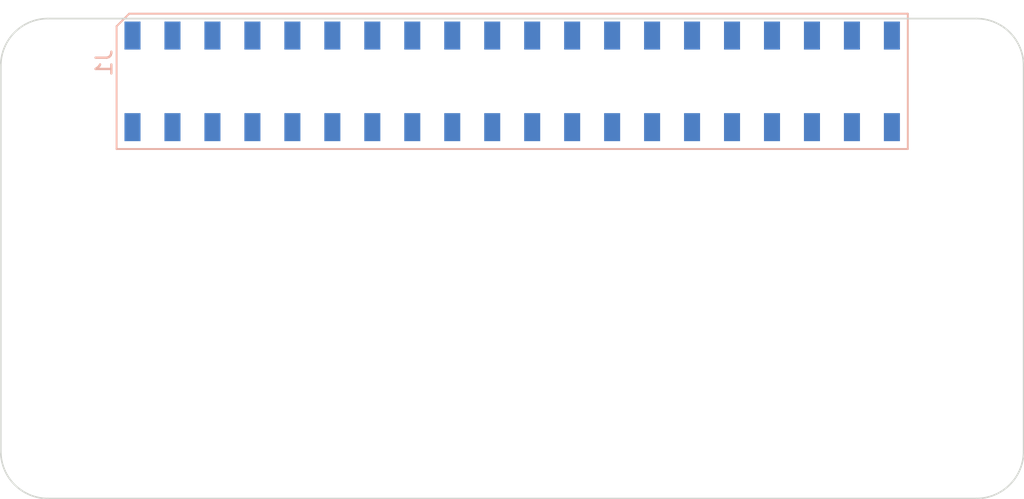
<source format=kicad_pcb>
(kicad_pcb (version 20241229) (generator "pcbnew") (generator_version "9.0")
  (title_block (date "15 nov 2012"))
  (layers (0 "F.Cu" signal) (2 "B.Cu" signal) (13 "F.Paste" user) (15 "B.Paste" user) (5 "F.SilkS" user "F.Silkscreen") (7 "B.SilkS" user "B.Silkscreen") (1 "F.Mask" user) (3 "B.Mask" user) (25 "Edge.Cuts" user))
  (net 0 "")
  (footprint "MountingHole:MountingHole_2.7mm_M2.5" (layer "F.Cu") (at 161.5 73.5)
    (property "Reference" "MH2" (hide yes))
    (property "Value" "MountingHole_2.7mm_M2.5" (hide yes))
    (pad "" np_thru_hole circle (at 0 0) (size 2.7 2.7) (drill 2.7) (layers "*.Cu" "*.Mask"))
  )
  (footprint "MountingHole:MountingHole_2.7mm_M2.5" (layer "F.Cu") (at 103.5 96.5)
    (property "Reference" "MH3" (hide yes))
    (property "Value" "MountingHole_2.7mm_M2.5" (hide yes))
    (pad "" np_thru_hole circle (at 0 0) (size 2.7 2.7) (drill 2.7) (layers "*.Cu" "*.Mask"))
  )
  (footprint "MountingHole:MountingHole_2.7mm_M2.5" (layer "F.Cu") (at 103.5 73.5)
    (property "Reference" "MH1" (hide yes))
    (property "Value" "MountingHole_2.7mm_M2.5" (hide yes))
    (pad "" np_thru_hole circle (at 0 0) (size 2.7 2.7) (drill 2.7) (layers "*.Cu" "*.Mask"))
  )
  (footprint "MountingHole:MountingHole_2.7mm_M2.5" (layer "F.Cu") (at 161.5 96.5)
    (property "Reference" "MH4" (hide yes))
    (property "Value" "MountingHole_2.7mm_M2.5" (hide yes))
    (pad "" np_thru_hole circle (at 0 0) (size 2.7 2.7) (drill 2.7) (layers "*.Cu" "*.Mask"))
  )
  (footprint "ch:Harwin M20-7812045-R" (layer "B.Cu") (at 108.37 72.22 -90)
    (property "Reference" "J1" (at 0.1 1.8 90) (layer "B.SilkS") (effects (justify mirror)))
    (property "Value" "Harwin M20-7812045-R" (hide yes))
    (fp_line (start -2.23 1.01) (end -3.03 0.21) (stroke (width 0.12)) (layer "B.SilkS"))
    (fp_line (start 5.57 1.01) (end -2.23 1.01) (stroke (width 0.12)) (layer "B.SilkS"))
    (fp_line (start -3.03 0.21) (end -3.03 -49.27) (stroke (width 0.12)) (layer "B.SilkS"))
    (fp_line (start -3.03 -49.27) (end 5.57 -49.27) (stroke (width 0.12)) (layer "B.SilkS"))
    (fp_line (start 5.57 -49.27) (end 5.57 1.01) (stroke (width 0.12)) (layer "B.SilkS"))
    (pad "" np_thru_hole circle (at 0 -48.26) (size 1.02 1.02) (drill 1.02) (layers "*.Cu"))
    (pad "" np_thru_hole circle (at 0 -45.72) (size 1.02 1.02) (drill 1.02) (layers "*.Cu"))
    (pad "" np_thru_hole circle (at 0 -43.18) (size 1.02 1.02) (drill 1.02) (layers "*.Cu"))
    (pad "" np_thru_hole circle (at 0 -40.64) (size 1.02 1.02) (drill 1.02) (layers "*.Cu"))
    (pad "" np_thru_hole circle (at 0 -38.1) (size 1.02 1.02) (drill 1.02) (layers "*.Cu"))
    (pad "" np_thru_hole circle (at 0 -35.56) (size 1.02 1.02) (drill 1.02) (layers "*.Cu"))
    (pad "" np_thru_hole circle (at 0 -33.02) (size 1.02 1.02) (drill 1.02) (layers "*.Cu"))
    (pad "" np_thru_hole circle (at 0 -30.48) (size 1.02 1.02) (drill 1.02) (layers "*.Cu"))
    (pad "" np_thru_hole circle (at 0 -27.94) (size 1.02 1.02) (drill 1.02) (layers "*.Cu"))
    (pad "" np_thru_hole circle (at 0 -25.4) (size 1.02 1.02) (drill 1.02) (layers "*.Cu"))
    (pad "" np_thru_hole circle (at 0 -22.86) (size 1.02 1.02) (drill 1.02) (layers "*.Cu"))
    (pad "" np_thru_hole circle (at 0 -20.32) (size 1.02 1.02) (drill 1.02) (layers "*.Cu"))
    (pad "" np_thru_hole circle (at 0 -17.78) (size 1.02 1.02) (drill 1.02) (layers "*.Cu"))
    (pad "" np_thru_hole circle (at 0 -15.26) (size 1.02 1.02) (drill 1.02) (layers "*.Cu"))
    (pad "" np_thru_hole circle (at 0 -12.7) (size 1.02 1.02) (drill 1.02) (layers "*.Cu"))
    (pad "" np_thru_hole circle (at 0 -10.16) (size 1.02 1.02) (drill 1.02) (layers "*.Cu"))
    (pad "" np_thru_hole circle (at 0 -7.62) (size 1.02 1.02) (drill 1.02) (layers "*.Cu"))
    (pad "" np_thru_hole circle (at 0 -5.08) (size 1.02 1.02) (drill 1.02) (layers "*.Cu"))
    (pad "" np_thru_hole circle (at 0 -2.54) (size 1.02 1.02) (drill 1.02) (layers "*.Cu"))
    (pad "" np_thru_hole circle (at 0 0) (size 1.02 1.02) (drill 1.02) (layers "*.Cu"))
    (pad "" np_thru_hole circle (at 1.27 -46.99) (size 1.8 1.8) (drill 1.8) (layers "*.Cu"))
    (pad "" np_thru_hole circle (at 1.27 -1.27) (size 1.8 1.8) (drill 1.8) (layers "*.Cu"))
    (pad "" np_thru_hole circle (at 2.54 -48.26) (size 1.02 1.02) (drill 1.02) (layers "*.Cu"))
    (pad "" np_thru_hole circle (at 2.54 -45.72) (size 1.02 1.02) (drill 1.02) (layers "*.Cu"))
    (pad "" np_thru_hole circle (at 2.54 -43.18) (size 1.02 1.02) (drill 1.02) (layers "*.Cu"))
    (pad "" np_thru_hole circle (at 2.54 -40.64) (size 1.02 1.02) (drill 1.02) (layers "*.Cu"))
    (pad "" np_thru_hole circle (at 2.54 -38.1) (size 1.02 1.02) (drill 1.02) (layers "*.Cu"))
    (pad "" np_thru_hole circle (at 2.54 -35.56) (size 1.02 1.02) (drill 1.02) (layers "*.Cu"))
    (pad "" np_thru_hole circle (at 2.54 -33.02) (size 1.02 1.02) (drill 1.02) (layers "*.Cu"))
    (pad "" np_thru_hole circle (at 2.54 -30.48) (size 1.02 1.02) (drill 1.02) (layers "*.Cu"))
    (pad "" np_thru_hole circle (at 2.54 -27.94) (size 1.02 1.02) (drill 1.02) (layers "*.Cu"))
    (pad "" np_thru_hole circle (at 2.54 -25.4) (size 1.02 1.02) (drill 1.02) (layers "*.Cu"))
    (pad "" np_thru_hole circle (at 2.54 -22.86) (size 1.02 1.02) (drill 1.02) (layers "*.Cu"))
    (pad "" np_thru_hole circle (at 2.54 -20.32) (size 1.02 1.02) (drill 1.02) (layers "*.Cu"))
    (pad "" np_thru_hole circle (at 2.54 -17.78) (size 1.02 1.02) (drill 1.02) (layers "*.Cu"))
    (pad "" np_thru_hole circle (at 2.54 -15.24) (size 1.02 1.02) (drill 1.02) (layers "*.Cu"))
    (pad "" np_thru_hole circle (at 2.54 -12.7) (size 1.02 1.02) (drill 1.02) (layers "*.Cu"))
    (pad "" np_thru_hole circle (at 2.54 -10.16) (size 1.02 1.02) (drill 1.02) (layers "*.Cu"))
    (pad "" np_thru_hole circle (at 2.54 -7.62) (size 1.02 1.02) (drill 1.02) (layers "*.Cu"))
    (pad "" np_thru_hole circle (at 2.54 -5.08) (size 1.02 1.02) (drill 1.02) (layers "*.Cu"))
    (pad "" np_thru_hole circle (at 2.54 -2.54) (size 1.02 1.02) (drill 1.02) (layers "*.Cu"))
    (pad "" np_thru_hole circle (at 2.54 0) (size 1.02 1.02) (drill 1.02) (layers "*.Cu"))
    (pad "1" smd rect (at 4.18 0) (size 1.02 1.78) (layers "B.Cu" "B.Mask" "B.Paste"))
    (pad "2" smd rect (at -1.64 0) (size 1.02 1.78) (layers "B.Cu" "B.Mask" "B.Paste"))
    (pad "3" smd rect (at 4.18 -2.54) (size 1.02 1.78) (layers "B.Cu" "B.Mask" "B.Paste"))
    (pad "4" smd rect (at -1.64 -2.54) (size 1.02 1.78) (layers "B.Cu" "B.Mask" "B.Paste"))
    (pad "5" smd rect (at 4.18 -5.08) (size 1.02 1.78) (layers "B.Cu" "B.Mask" "B.Paste"))
    (pad "6" smd rect (at -1.64 -5.08) (size 1.02 1.78) (layers "B.Cu" "B.Mask" "B.Paste"))
    (pad "7" smd rect (at 4.18 -7.62) (size 1.02 1.78) (layers "B.Cu" "B.Mask" "B.Paste"))
    (pad "8" smd rect (at -1.64 -7.62) (size 1.02 1.78) (layers "B.Cu" "B.Mask" "B.Paste"))
    (pad "9" smd rect (at 4.18 -10.16) (size 1.02 1.78) (layers "B.Cu" "B.Mask" "B.Paste"))
    (pad "10" smd rect (at -1.64 -10.16) (size 1.02 1.78) (layers "B.Cu" "B.Mask" "B.Paste"))
    (pad "11" smd rect (at 4.18 -12.7) (size 1.02 1.78) (layers "B.Cu" "B.Mask" "B.Paste"))
    (pad "12" smd rect (at -1.64 -12.7) (size 1.02 1.78) (layers "B.Cu" "B.Mask" "B.Paste"))
    (pad "13" smd rect (at 4.18 -15.24) (size 1.02 1.78) (layers "B.Cu" "B.Mask" "B.Paste"))
    (pad "14" smd rect (at -1.64 -15.24) (size 1.02 1.78) (layers "B.Cu" "B.Mask" "B.Paste"))
    (pad "15" smd rect (at 4.18 -17.78) (size 1.02 1.78) (layers "B.Cu" "B.Mask" "B.Paste"))
    (pad "16" smd rect (at -1.64 -17.78) (size 1.02 1.78) (layers "B.Cu" "B.Mask" "B.Paste"))
    (pad "17" smd rect (at 4.18 -20.32) (size 1.02 1.78) (layers "B.Cu" "B.Mask" "B.Paste"))
    (pad "18" smd rect (at -1.64 -20.32) (size 1.02 1.78) (layers "B.Cu" "B.Mask" "B.Paste"))
    (pad "19" smd rect (at 4.18 -22.86) (size 1.02 1.78) (layers "B.Cu" "B.Mask" "B.Paste"))
    (pad "20" smd rect (at -1.64 -22.86) (size 1.02 1.78) (layers "B.Cu" "B.Mask" "B.Paste"))
    (pad "21" smd rect (at 4.18 -25.4) (size 1.02 1.78) (layers "B.Cu" "B.Mask" "B.Paste"))
    (pad "22" smd rect (at -1.64 -25.4) (size 1.02 1.78) (layers "B.Cu" "B.Mask" "B.Paste"))
    (pad "23" smd rect (at 4.18 -27.94) (size 1.02 1.78) (layers "B.Cu" "B.Mask" "B.Paste"))
    (pad "24" smd rect (at -1.64 -27.94) (size 1.02 1.78) (layers "B.Cu" "B.Mask" "B.Paste"))
    (pad "25" smd rect (at 4.18 -30.48) (size 1.02 1.78) (layers "B.Cu" "B.Mask" "B.Paste"))
    (pad "26" smd rect (at -1.64 -30.48) (size 1.02 1.78) (layers "B.Cu" "B.Mask" "B.Paste"))
    (pad "27" smd rect (at 4.18 -33.02) (size 1.02 1.78) (layers "B.Cu" "B.Mask" "B.Paste"))
    (pad "28" smd rect (at -1.64 -33.02) (size 1.02 1.78) (layers "B.Cu" "B.Mask" "B.Paste"))
    (pad "29" smd rect (at 4.18 -35.56) (size 1.02 1.78) (layers "B.Cu" "B.Mask" "B.Paste"))
    (pad "30" smd rect (at -1.64 -35.56) (size 1.02 1.78) (layers "B.Cu" "B.Mask" "B.Paste"))
    (pad "31" smd rect (at 4.18 -38.1) (size 1.02 1.78) (layers "B.Cu" "B.Mask" "B.Paste"))
    (pad "32" smd rect (at -1.64 -38.1) (size 1.02 1.78) (layers "B.Cu" "B.Mask" "B.Paste"))
    (pad "33" smd rect (at 4.18 -40.64) (size 1.02 1.78) (layers "B.Cu" "B.Mask" "B.Paste"))
    (pad "34" smd rect (at -1.64 -40.64) (size 1.02 1.78) (layers "B.Cu" "B.Mask" "B.Paste"))
    (pad "35" smd rect (at 4.18 -43.18) (size 1.02 1.78) (layers "B.Cu" "B.Mask" "B.Paste"))
    (pad "36" smd rect (at -1.64 -43.18) (size 1.02 1.78) (layers "B.Cu" "B.Mask" "B.Paste"))
    (pad "37" smd rect (at 4.18 -45.72) (size 1.02 1.78) (layers "B.Cu" "B.Mask" "B.Paste"))
    (pad "38" smd rect (at -1.64 -45.72) (size 1.02 1.78) (layers "B.Cu" "B.Mask" "B.Paste"))
    (pad "39" smd rect (at 4.18 -48.26) (size 1.02 1.78) (layers "B.Cu" "B.Mask" "B.Paste"))
    (pad "40" smd rect (at -1.64 -48.26) (size 1.02 1.78) (layers "B.Cu" "B.Mask" "B.Paste"))
  )
  (gr_line (start 162 69.5) (end 103 69.5) (stroke (width 0.1)) (layer "Edge.Cuts"))
  (gr_line (start 165 97) (end 165 72.5) (stroke (width 0.1)) (layer "Edge.Cuts"))
  (gr_line (start 100 72.5) (end 100 97) (stroke (width 0.1)) (layer "Edge.Cuts"))
  (gr_arc (start 100 72.5) (mid 100.87868 70.37868) (end 103 69.5) (stroke (width 0.1)) (layer "Edge.Cuts"))
  (gr_arc (start 162 69.5) (mid 164.12132 70.37868) (end 165 72.5) (stroke (width 0.1)) (layer "Edge.Cuts"))
  (gr_arc (start 103 100) (mid 100.87868 99.12132) (end 100 97) (stroke (width 0.1)) (layer "Edge.Cuts"))
  (gr_line (start 103 100) (end 162 100) (stroke (width 0.1)) (layer "Edge.Cuts"))
  (gr_arc (start 165 97) (mid 164.12132 99.12132) (end 162 100) (stroke (width 0.1)) (layer "Edge.Cuts"))
)
</source>
